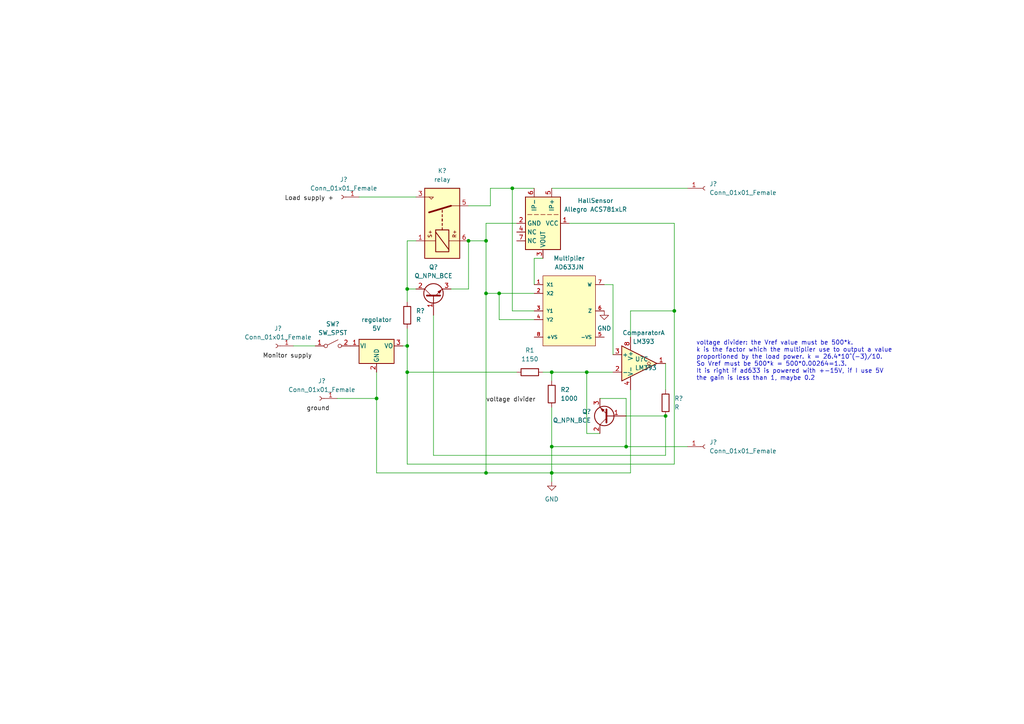
<source format=kicad_sch>
(kicad_sch (version 20211123) (generator eeschema)
  (paper "A4")
  (title_block (title "Template") (date "2022-04-19") (rev "V0") (company "E-Agle TRT"))
  (lib_symbols
    (symbol "Comparator:LM393" (pin_names (offset 0.127))
      (property "Reference" "U" (at 3.81 3.81 0))
      (property "Value" "LM393" (at 6.35 -3.81 0))
      (symbol "LM393_1_1"
        (polyline (pts (xy -5.08 5.08) (xy 5.08 0) (xy -5.08 -5.08) (xy -5.08 5.08)) (stroke (width 0.254)) (fill (type background)))
        (polyline (pts (xy 3.302 -0.508) (xy 2.794 -0.508) (xy 3.302 0) (xy 2.794 0.508) (xy 2.286 0) (xy 2.794 -0.508) (xy 2.286 -0.508)) (stroke (width 0.127)))
        (pin open_collector line (at 7.62 0 180) (length 2.54) (name "~") (number "1"))
        (pin input line (at -7.62 -2.54 0) (length 2.54) (name "-") (number "2"))
        (pin input line (at -7.62 2.54 0) (length 2.54) (name "+") (number "3"))
      )
      (symbol "LM393_2_1"
        (polyline (pts (xy -5.08 5.08) (xy 5.08 0) (xy -5.08 -5.08) (xy -5.08 5.08)) (stroke (width 0.254)) (fill (type background)))
        (polyline (pts (xy 3.302 -0.508) (xy 2.794 -0.508) (xy 3.302 0) (xy 2.794 0.508) (xy 2.286 0) (xy 2.794 -0.508) (xy 2.286 -0.508)) (stroke (width 0.127)))
        (pin input line (at -7.62 2.54 0) (length 2.54) (name "+") (number "5"))
        (pin input line (at -7.62 -2.54 0) (length 2.54) (name "_") (number "6"))
        (pin open_collector line (at 7.62 0 180) (length 2.54) (name "~") (number "7"))
      )
      (symbol "LM393_3_1"
        (pin power_in line (at -2.54 -7.62 90) (length 3.81) (name "V-") (number "4"))
        (pin power_in line (at -2.54 7.62 270) (length 3.81) (name "V+") (number "8"))
      )
    )
    (symbol "Connector:Conn_01x01_Female" (pin_names (offset 1.016) hide)
      (property "Reference" "J" (at 0 2.54 0))
      (property "Value" "Conn_01x01_Female" (at 0 -2.54 0))
      (symbol "Conn_01x01_Female_1_1"
        (polyline (pts (xy -1.27 0) (xy -0.508 0)) (stroke (width 0.1524)))
        (arc (start 0 0.508) (mid -0.508 0) (end 0 -0.508) (stroke (width 0.1524)))
        (pin passive line (at -5.08 0 0) (length 3.81) (name "Pin_1") (number "1"))
      )
    )
    (symbol "Device:Q_NPN_BCE" (pin_names (offset 0) hide)
      (property "Reference" "Q" (at 5.08 1.27 0))
      (property "Value" "Q_NPN_BCE" (at 5.08 -1.27 0))
      (symbol "Q_NPN_BCE_0_1"
        (polyline (pts (xy 0.635 0.635) (xy 2.54 2.54)))
        (polyline (pts (xy 0.635 -0.635) (xy 2.54 -2.54) (xy 2.54 -2.54)))
        (polyline (pts (xy 0.635 1.905) (xy 0.635 -1.905) (xy 0.635 -1.905)) (stroke (width 0.508)))
        (polyline (pts (xy 1.27 -1.778) (xy 1.778 -1.27) (xy 2.286 -2.286) (xy 1.27 -1.778) (xy 1.27 -1.778)) (fill (type outline)))
        (circle (center 1.27 0) (radius 2.8194) (stroke (width 0.254)))
      )
      (symbol "Q_NPN_BCE_1_1"
        (pin input line (at -5.08 0 0) (length 5.715) (name "B") (number "1"))
        (pin passive line (at 2.54 5.08 270) (length 2.54) (name "C") (number "2"))
        (pin passive line (at 2.54 -5.08 90) (length 2.54) (name "E") (number "3"))
      )
    )
    (symbol "Device:R" (pin_numbers hide) (pin_names (offset 0))
      (property "Reference" "R" (at 2.032 0 90))
      (property "Value" "R" (at 0 0 90))
      (symbol "R_0_1"
        (rectangle (start -1.016 -2.54) (end 1.016 2.54) (stroke (width 0.254)))
      )
      (symbol "R_1_1"
        (pin passive line (at 0 3.81 270) (length 1.27) (name "~") (number "1"))
        (pin passive line (at 0 -3.81 90) (length 1.27) (name "~") (number "2"))
      )
    )
    (symbol "Regulator_Linear:LM7805_TO220" (pin_names (offset 0.254))
      (property "Reference" "U" (at -3.81 3.175 0))
      (property "Value" "LM7805_TO220" (at 0 3.175 0))
      (symbol "LM7805_TO220_0_1"
        (rectangle (start -5.08 1.905) (end 5.08 -5.08) (stroke (width 0.254)) (fill (type background)))
      )
      (symbol "LM7805_TO220_1_1"
        (pin power_in line (at -7.62 0 0) (length 2.54) (name "VI") (number "1"))
        (pin power_in line (at 0 -7.62 90) (length 2.54) (name "GND") (number "2"))
        (pin power_out line (at 7.62 0 180) (length 2.54) (name "VO") (number "3"))
      )
    )
    (symbol "Relay:ADW11"
      (property "Reference" "K" (at 11.43 3.81 0))
      (property "Value" "ADW11" (at 13.97 1.27 0))
      (symbol "ADW11_1_1"
        (rectangle (start -10.16 5.08) (end 10.16 -5.08) (stroke (width 0.254)) (fill (type background)))
        (rectangle (start -8.255 1.905) (end -1.905 -1.905) (stroke (width 0.254)))
        (polyline (pts (xy -7.62 -1.905) (xy -2.54 1.905)) (stroke (width 0.254)))
        (polyline (pts (xy -5.08 -5.08) (xy -5.08 -1.905)))
        (polyline (pts (xy -5.08 5.08) (xy -5.08 1.905)))
        (polyline (pts (xy -1.905 0) (xy -1.27 0)) (stroke (width 0.254)))
        (polyline (pts (xy -0.635 0) (xy 0 0)) (stroke (width 0.254)))
        (polyline (pts (xy 0.635 0) (xy 1.27 0)) (stroke (width 0.254)))
        (polyline (pts (xy 0.635 0) (xy 1.27 0)) (stroke (width 0.254)))
        (polyline (pts (xy 1.905 0) (xy 2.54 0)) (stroke (width 0.254)))
        (polyline (pts (xy 3.175 0) (xy 3.81 0)) (stroke (width 0.254)))
        (polyline (pts (xy 5.08 -2.54) (xy 3.175 3.81)) (stroke (width 0.508)))
        (polyline (pts (xy 5.08 -2.54) (xy 5.08 -5.08)))
        (polyline (pts (xy 7.62 3.81) (xy 7.62 5.08)))
        (polyline (pts (xy 7.62 3.81) (xy 7.62 2.54) (xy 6.985 3.175) (xy 7.62 3.81)))
        (text "R+" (at -3.048 -3.556 0) (effects (font (size 1.016 1.016))))
        (text "S+" (at -3.048 3.556 0) (effects (font (size 1.016 1.016))))
        (pin passive line (at -5.08 7.62 270) (length 2.54) (name "~") (number "1"))
        (pin passive line (at 7.62 7.62 270) (length 2.54) (name "~") (number "3"))
        (pin passive line (at 5.08 -7.62 90) (length 2.54) (name "~") (number "5"))
        (pin passive line (at -5.08 -7.62 90) (length 2.54) (name "~") (number "6"))
      )
    )
    (symbol "Sensor_Current:ACS781xLRTR-050B"
      (property "Reference" "U" (at -7.62 6.35 0))
      (property "Value" "ACS781xLRTR-050B" (at 2.54 6.35 0))
      (symbol "ACS781xLRTR-050B_0_1"
        (rectangle (start -7.62 5.08) (end 7.62 -5.08) (stroke (width 0.254)) (fill (type background)))
        (polyline (pts (xy -2.54 -3.175) (xy -2.54 -4.445)))
        (polyline (pts (xy -2.54 -1.27) (xy -2.54 -2.54)))
        (polyline (pts (xy -2.54 0.635) (xy -2.54 -0.635)))
        (polyline (pts (xy -2.54 1.27) (xy -2.54 2.54)))
        (polyline (pts (xy -2.54 3.175) (xy -2.54 4.445)))
      )
      (symbol "ACS781xLRTR-050B_1_1"
        (pin power_in line (at 0 7.62 270) (length 2.54) (name "VCC") (number "1"))
        (pin power_in line (at 0 -7.62 90) (length 2.54) (name "GND") (number "2"))
        (pin output line (at 10.16 0 180) (length 2.54) (name "VOUT") (number "3"))
        (pin passive line (at 2.54 -7.62 90) (length 2.54) (name "NC") (number "4"))
        (pin passive line (at -10.16 2.54 0) (length 2.54) (name "IP+") (number "5"))
        (pin passive line (at -10.16 -2.54 0) (length 2.54) (name "IP-") (number "6"))
        (pin passive line (at 5.08 -7.62 90) (length 2.54) (name "NC") (number "7"))
      )
    )
    (symbol "Switch:SW_SPST" (pin_names (offset 0) hide)
      (property "Reference" "SW" (at 0 3.175 0))
      (property "Value" "SW_SPST" (at 0 -2.54 0))
      (symbol "SW_SPST_0_0"
        (circle (center -2.032 0) (radius 0.508))
        (polyline (pts (xy -1.524 0.254) (xy 1.524 1.778)))
        (circle (center 2.032 0) (radius 0.508))
      )
      (symbol "SW_SPST_1_1"
        (pin passive line (at -5.08 0 0) (length 2.54) (name "A") (number "1"))
        (pin passive line (at 5.08 0 180) (length 2.54) (name "B") (number "2"))
      )
    )
    (symbol "eec:AD633JN" (pin_names (offset 1.016))
      (property "Reference" "U" (at 0 5.08 0))
      (property "Value" "AD633JN" (at 0 7.62 0))
      (symbol "AD633JN_1_1"
        (rectangle (start 5.08 2.54) (end 20.32 -17.78) (fill (type background)))
        (pin unspecified line (at 2.54 0 0) (length 2.54) (name "X1") (number "1"))
        (pin unspecified line (at 2.54 -2.54 0) (length 2.54) (name "X2") (number "2"))
        (pin unspecified line (at 2.54 -7.62 0) (length 2.54) (name "Y1") (number "3"))
        (pin unspecified line (at 2.54 -10.16 0) (length 2.54) (name "Y2") (number "4"))
        (pin unspecified line (at 22.86 -15.24 180) (length 2.54) (name "-VS") (number "5"))
        (pin unspecified line (at 22.86 -7.62 180) (length 2.54) (name "Z") (number "6"))
        (pin unspecified line (at 22.86 0 180) (length 2.54) (name "W") (number "7"))
        (pin unspecified line (at 2.54 -15.24 0) (length 2.54) (name "+VS") (number "8"))
      )
    )
    (symbol "power:GND" (power) (pin_names (offset 0))
      (property "Value" "GND" (at 0 -3.81 0))
      (symbol "GND_0_1"
        (polyline (pts (xy 0 0) (xy 0 -1.27) (xy 1.27 -1.27) (xy 0 -2.54) (xy -1.27 -1.27) (xy 0 -1.27)))
      )
      (symbol "GND_1_1"
        (pin power_in line (at 0 0 270) (length 0) hide (name "GND") (number "1"))
      )
    )
  )
  (junction (at 118.11 100.33))
  (junction (at 160.02 129.54))
  (junction (at 118.11 107.95))
  (junction (at 118.11 83.82))
  (junction (at 144.78 85.09))
  (junction (at 170.18 107.95))
  (junction (at 148.59 54.61))
  (junction (at 109.22 115.57))
  (junction (at 140.97 69.85))
  (junction (at 195.58 90.17))
  (junction (at 140.97 137.16))
  (junction (at 160.02 137.16))
  (junction (at 181.61 129.54))
  (junction (at 140.97 85.09))
  (junction (at 135.89 69.85))
  (junction (at 160.02 107.95))
  (junction (at 193.04 120.65))
  (wire (pts (xy 181.61 129.54) (xy 199.39 129.54)))
  (wire (pts (xy 181.61 120.65) (xy 193.04 120.65)))
  (wire (pts (xy 118.11 100.33) (xy 118.11 107.95)))
  (wire (pts (xy 160.02 107.95) (xy 170.18 107.95)))
  (wire (pts (xy 193.04 132.08) (xy 193.04 120.65)))
  (wire (pts (xy 109.22 115.57) (xy 109.22 137.16)))
  (wire (pts (xy 177.8 82.55) (xy 177.8 102.87)))
  (wire (pts (xy 118.11 134.62) (xy 195.58 134.62)))
  (wire (pts (xy 140.97 85.09) (xy 144.78 85.09)))
  (wire (pts (xy 154.94 90.17) (xy 148.59 90.17)))
  (wire (pts (xy 118.11 83.82) (xy 118.11 87.63)))
  (wire (pts (xy 154.94 74.93) (xy 154.94 82.55)))
  (wire (pts (xy 135.89 69.85) (xy 140.97 69.85)))
  (wire (pts (xy 118.11 107.95) (xy 118.11 134.62)))
  (wire (pts (xy 144.78 85.09) (xy 154.94 85.09)))
  (wire (pts (xy 160.02 54.61) (xy 199.39 54.61)))
  (wire (pts (xy 135.89 83.82) (xy 135.89 69.85)))
  (wire (pts (xy 181.61 115.57) (xy 181.61 129.54)))
  (wire (pts (xy 104.14 57.15) (xy 120.65 57.15)))
  (wire (pts (xy 118.11 95.25) (xy 118.11 100.33)))
  (wire (pts (xy 142.24 54.61) (xy 148.59 54.61)))
  (wire (pts (xy 148.59 90.17) (xy 148.59 54.61)))
  (wire (pts (xy 173.99 115.57) (xy 181.61 115.57)))
  (wire (pts (xy 165.1 64.77) (xy 195.58 64.77)))
  (wire (pts (xy 148.59 54.61) (xy 154.94 54.61)))
  (wire (pts (xy 85.09 100.33) (xy 91.44 100.33)))
  (wire (pts (xy 109.22 137.16) (xy 140.97 137.16)))
  (wire (pts (xy 97.79 115.57) (xy 109.22 115.57)))
  (wire (pts (xy 149.86 64.77) (xy 140.97 64.77)))
  (wire (pts (xy 160.02 129.54) (xy 181.61 129.54)))
  (wire (pts (xy 140.97 137.16) (xy 160.02 137.16)))
  (wire (pts (xy 140.97 69.85) (xy 140.97 85.09)))
  (wire (pts (xy 160.02 118.11) (xy 160.02 129.54)))
  (wire (pts (xy 140.97 85.09) (xy 140.97 137.16)))
  (wire (pts (xy 154.94 92.71) (xy 144.78 92.71)))
  (wire (pts (xy 125.73 132.08) (xy 193.04 132.08)))
  (wire (pts (xy 195.58 90.17) (xy 195.58 134.62)))
  (wire (pts (xy 144.78 92.71) (xy 144.78 85.09)))
  (wire (pts (xy 130.81 83.82) (xy 135.89 83.82)))
  (wire (pts (xy 175.26 82.55) (xy 177.8 82.55)))
  (wire (pts (xy 170.18 107.95) (xy 177.8 107.95)))
  (wire (pts (xy 118.11 100.33) (xy 116.84 100.33)))
  (wire (pts (xy 118.11 69.85) (xy 120.65 69.85)))
  (wire (pts (xy 135.89 59.69) (xy 142.24 59.69)))
  (wire (pts (xy 173.99 125.73) (xy 170.18 125.73)))
  (wire (pts (xy 157.48 74.93) (xy 154.94 74.93)))
  (wire (pts (xy 193.04 105.41) (xy 193.04 113.03)))
  (wire (pts (xy 182.88 113.03) (xy 182.88 137.16)))
  (wire (pts (xy 182.88 90.17) (xy 195.58 90.17)))
  (wire (pts (xy 118.11 83.82) (xy 118.11 69.85)))
  (wire (pts (xy 109.22 107.95) (xy 109.22 115.57)))
  (wire (pts (xy 195.58 64.77) (xy 195.58 90.17)))
  (wire (pts (xy 125.73 91.44) (xy 125.73 132.08)))
  (wire (pts (xy 142.24 59.69) (xy 142.24 54.61)))
  (wire (pts (xy 170.18 125.73) (xy 170.18 107.95)))
  (wire (pts (xy 160.02 139.7) (xy 160.02 137.16)))
  (wire (pts (xy 160.02 107.95) (xy 160.02 110.49)))
  (wire (pts (xy 160.02 137.16) (xy 160.02 129.54)))
  (wire (pts (xy 182.88 97.79) (xy 182.88 90.17)))
  (wire (pts (xy 120.65 83.82) (xy 118.11 83.82)))
  (wire (pts (xy 140.97 64.77) (xy 140.97 69.85)))
  (wire (pts (xy 182.88 137.16) (xy 160.02 137.16)))
  (wire (pts (xy 157.48 107.95) (xy 160.02 107.95)))
  (wire (pts (xy 118.11 107.95) (xy 149.86 107.95)))
  (text "voltage divider: the Vref value must be 500*k.\nk is the factor which the multiplier use to output a value\nproportioned by the load power. k = 26.4*10^(-3)/10.\nSo Vref must be 500*k = 500*0.00264=1.3.\nIt is right if ad633 is powered with +-15V, if I use 5V\nthe gain is less than 1, maybe 0.2" (at 201.93 110.49 0) (effects (font (size 1.27 1.27)) (justify left bottom)))
  (label "Load supply +" (at 82.55 58.42 0))
  (label "Monitor supply" (at 76.2 104.14 0))
  (label "ground" (at 88.9 119.38 0))
  (label "voltage divider" (at 140.97 116.84 0))
  (symbol (lib_id "Device:R") (at 160.02 114.3 0) (unit 1)
    (property "Reference" "R2" (at 162.56 113.0299 0) (effects (justify left)))
    (property "Value" "1000" (at 162.56 115.5699 0) (effects (justify left)))
  )
  (symbol (lib_id "Device:R") (at 118.11 91.44 0) (unit 1)
    (property "Reference" "R?" (at 120.65 90.1699 0) (effects (justify left)))
    (property "Value" "R" (at 120.65 92.7099 0) (effects (justify left)))
  )
  (symbol (lib_id "Sensor_Current:ACS781xLRTR-050B") (at 157.48 64.77 270) (unit 1)
    (property "Reference" "HallSensor" (at 172.72 58.1912 90))
    (property "Value" "Allegro ACS781xLR" (at 172.72 60.7312 90))
    (property "Footprint" "Sensor_Current:Allegro_PSOF-7_4.8x6.4mm_P1.60mm" (effects hide))
    (property "Datasheet" "http://www.allegromicro.com/~/media/Files/Datasheets/ACS780-Datasheet.ashx?la=en" (effects hide))
  )
  (symbol (lib_id "Device:R") (at 193.04 116.84 0) (unit 1)
    (property "Reference" "R?" (at 195.58 115.5699 0) (effects (justify left)))
    (property "Value" "R" (at 195.58 118.1099 0) (effects (justify left)))
  )
  (symbol (lib_id "eec:AD633JN") (at 152.4 82.55 0) (unit 1)
    (property "Reference" "Multiplier" (at 165.1 74.93 0))
    (property "Value" "AD633JN" (at 165.1 77.47 0))
    (property "Footprint" "Analog_Devices-AD633JN-*" (effects hide))
    (property "Datasheet" "http://www.analog.com/media/en/technical-documentation/data-sheets/AD633.pdf" (effects hide))
    (property "Component Link 1 Description" "Manufacturer URL" (effects hide))
    (property "Component Link 1 URL" "http://www.analog.com/en/index.html" (effects hide))
    (property "Component Link 3 Description" "Package Specification" (effects hide))
    (property "Component Link 3 URL" "http://www.analog.com/static/imported-files/packages/PKG_PDF/PDIP(N)/N_8.pdf" (effects hide))
    (property "Datasheet Version" "Rev. K" (effects hide))
    (property "Mounting Technology" "Through Hole" (effects hide))
    (property "Number of Channels" "2" (effects hide))
    (property "Package Description" "8-Pin Plastic Dual In-Line Package, Body 9.59 x 6.6 mm, Pitch 2.54 mm" (effects hide))
    (property "Package Version" "07/2006" (effects hide))
    (property "Packing" "Tube" (effects hide))
    (property "Slew Rate" "20 V/us" (effects hide))
    (property "Supply Current Max" "6 mA" (effects hide))
    (property "Temperature Max" "70 degC" (effects hide))
    (property "Temperature Min" "0 degC" (effects hide))
    (property "category" "IC" (effects hide))
    (property "library id" "82579f909b82c26c" (effects hide))
    (property "manufacturer" "Analog Devices" (effects hide))
    (property "package" "MS-001" (effects hide))
    (property "vault revision" "D70804D2-C31E-4A78-88FF-EDD09AD4FF7C" (effects hide))
    (property "imported" "yes" (effects hide))
  )
  (symbol (lib_id "Connector:Conn_01x01_Female") (at 80.01 100.33 180) (unit 1)
    (property "Reference" "J?" (at 80.645 95.25 0))
    (property "Value" "Conn_01x01_Female" (at 80.645 97.79 0))
  )
  (symbol (lib_id "Device:R") (at 153.67 107.95 90) (unit 1)
    (property "Reference" "R1" (at 153.67 101.6 90))
    (property "Value" "1150" (at 153.67 104.14 90))
  )
  (symbol (lib_id "Connector:Conn_01x01_Female") (at 204.47 129.54 0) (unit 1)
    (property "Reference" "J?" (at 205.74 128.2699 0) (effects (justify left)))
    (property "Value" "Conn_01x01_Female" (at 205.74 130.8099 0) (effects (justify left)))
  )
  (symbol (lib_id "power:GND") (at 160.02 139.7 0) (unit 1)
    (property "Reference" "#PWR?" (effects hide))
    (property "Value" "GND" (at 160.02 144.78 0))
  )
  (symbol (lib_id "Switch:SW_SPST") (at 96.52 100.33 0) (unit 1)
    (property "Reference" "SW?" (at 96.52 93.98 0))
    (property "Value" "SW_SPST" (at 96.52 96.52 0))
  )
  (symbol (lib_id "Comparator:LM393") (at 185.42 105.41 0) (unit 3)
    (property "Reference" "U?" (at 184.15 104.1399 0) (effects (justify left)))
    (property "Value" "LM393" (at 184.15 106.6799 0) (effects (justify left)))
    (property "Datasheet" "http://www.ti.com/lit/ds/symlink/lm393.pdf" (effects hide))
  )
  (symbol (lib_id "power:GND") (at 175.26 90.17 0) (unit 1)
    (property "Reference" "#PWR?" (effects hide))
    (property "Value" "GND" (at 175.26 95.25 0))
  )
  (symbol (lib_id "Regulator_Linear:LM7805_TO220") (at 109.22 100.33 0) (unit 1)
    (property "Reference" "regolator" (at 109.22 92.71 0))
    (property "Value" "5V" (at 109.22 95.25 0))
    (property "Footprint" "Package_TO_SOT_THT:TO-220-3_Vertical" (effects hide))
    (property "Datasheet" "https://www.onsemi.cn/PowerSolutions/document/MC7800-D.PDF" (effects hide))
  )
  (symbol (lib_id "Connector:Conn_01x01_Female") (at 99.06 57.15 180) (unit 1)
    (property "Reference" "J?" (at 99.695 52.07 0))
    (property "Value" "Conn_01x01_Female" (at 99.695 54.61 0))
  )
  (symbol (lib_id "Relay:ADW11") (at 128.27 64.77 90) (unit 1)
    (property "Reference" "K?" (at 128.27 49.53 90))
    (property "Value" "relay" (at 128.27 52.07 90))
    (property "Footprint" "Relay_THT:Relay_1P1T_NO_10x24x18.8mm_Panasonic_ADW11xxxxW_THT" (effects hide))
    (property "Datasheet" "https://www.panasonic-electric-works.com/pew/es/downloads/ds_dw_hl_en.pdf" (effects hide))
  )
  (symbol (lib_id "Device:Q_NPN_BCE") (at 125.73 86.36 90) (unit 1)
    (property "Reference" "Q?" (at 125.73 77.47 90))
    (property "Value" "Q_NPN_BCE" (at 125.73 80.01 90))
  )
  (symbol (lib_id "Connector:Conn_01x01_Female") (at 92.71 115.57 180) (unit 1)
    (property "Reference" "J?" (at 93.345 110.49 0))
    (property "Value" "Conn_01x01_Female" (at 93.345 113.03 0))
  )
  (symbol (lib_id "Device:Q_NPN_BCE") (at 176.53 120.65 180) (unit 1)
    (property "Reference" "Q?" (at 171.45 119.3799 0) (effects (justify left)))
    (property "Value" "Q_NPN_BCE" (at 171.45 121.9199 0) (effects (justify left)))
  )
  (symbol (lib_id "Comparator:LM393") (at 185.42 105.41 0) (unit 1)
    (property "Reference" "Comparator" (at 186.69 96.52 0))
    (property "Value" "LM393" (at 186.69 99.06 0))
    (property "Datasheet" "http://www.ti.com/lit/ds/symlink/lm393.pdf" (effects hide))
  )
  (symbol (lib_id "Connector:Conn_01x01_Female") (at 204.47 54.61 0) (unit 1)
    (property "Reference" "J?" (at 205.74 53.3399 0) (effects (justify left)))
    (property "Value" "Conn_01x01_Female" (at 205.74 55.8799 0) (effects (justify left)))
  )
)
</source>
